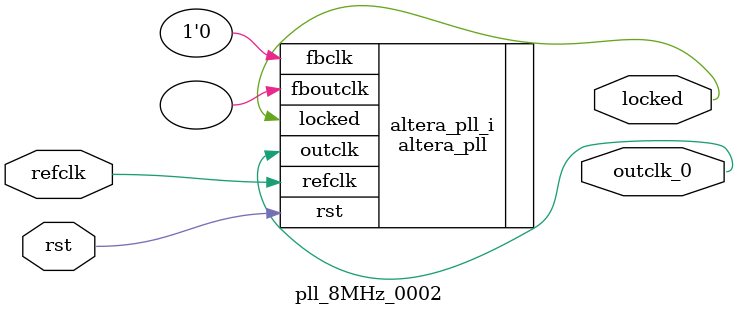
<source format=v>
`timescale 1ns/10ps
module  pll_8MHz_0002(

	// interface 'refclk'
	input wire refclk,

	// interface 'reset'
	input wire rst,

	// interface 'outclk0'
	output wire outclk_0,

	// interface 'locked'
	output wire locked
);

	altera_pll #(
		.fractional_vco_multiplier("false"),
		.reference_clock_frequency("50.0 MHz"),
		.operation_mode("direct"),
		.number_of_clocks(1),
		.output_clock_frequency0("8.000000 MHz"),
		.phase_shift0("0 ps"),
		.duty_cycle0(50),
		.output_clock_frequency1("0 MHz"),
		.phase_shift1("0 ps"),
		.duty_cycle1(50),
		.output_clock_frequency2("0 MHz"),
		.phase_shift2("0 ps"),
		.duty_cycle2(50),
		.output_clock_frequency3("0 MHz"),
		.phase_shift3("0 ps"),
		.duty_cycle3(50),
		.output_clock_frequency4("0 MHz"),
		.phase_shift4("0 ps"),
		.duty_cycle4(50),
		.output_clock_frequency5("0 MHz"),
		.phase_shift5("0 ps"),
		.duty_cycle5(50),
		.output_clock_frequency6("0 MHz"),
		.phase_shift6("0 ps"),
		.duty_cycle6(50),
		.output_clock_frequency7("0 MHz"),
		.phase_shift7("0 ps"),
		.duty_cycle7(50),
		.output_clock_frequency8("0 MHz"),
		.phase_shift8("0 ps"),
		.duty_cycle8(50),
		.output_clock_frequency9("0 MHz"),
		.phase_shift9("0 ps"),
		.duty_cycle9(50),
		.output_clock_frequency10("0 MHz"),
		.phase_shift10("0 ps"),
		.duty_cycle10(50),
		.output_clock_frequency11("0 MHz"),
		.phase_shift11("0 ps"),
		.duty_cycle11(50),
		.output_clock_frequency12("0 MHz"),
		.phase_shift12("0 ps"),
		.duty_cycle12(50),
		.output_clock_frequency13("0 MHz"),
		.phase_shift13("0 ps"),
		.duty_cycle13(50),
		.output_clock_frequency14("0 MHz"),
		.phase_shift14("0 ps"),
		.duty_cycle14(50),
		.output_clock_frequency15("0 MHz"),
		.phase_shift15("0 ps"),
		.duty_cycle15(50),
		.output_clock_frequency16("0 MHz"),
		.phase_shift16("0 ps"),
		.duty_cycle16(50),
		.output_clock_frequency17("0 MHz"),
		.phase_shift17("0 ps"),
		.duty_cycle17(50),
		.pll_type("General"),
		.pll_subtype("General")
	) altera_pll_i (
		.rst	(rst),
		.outclk	({outclk_0}),
		.locked	(locked),
		.fboutclk	( ),
		.fbclk	(1'b0),
		.refclk	(refclk)
	);
endmodule


</source>
